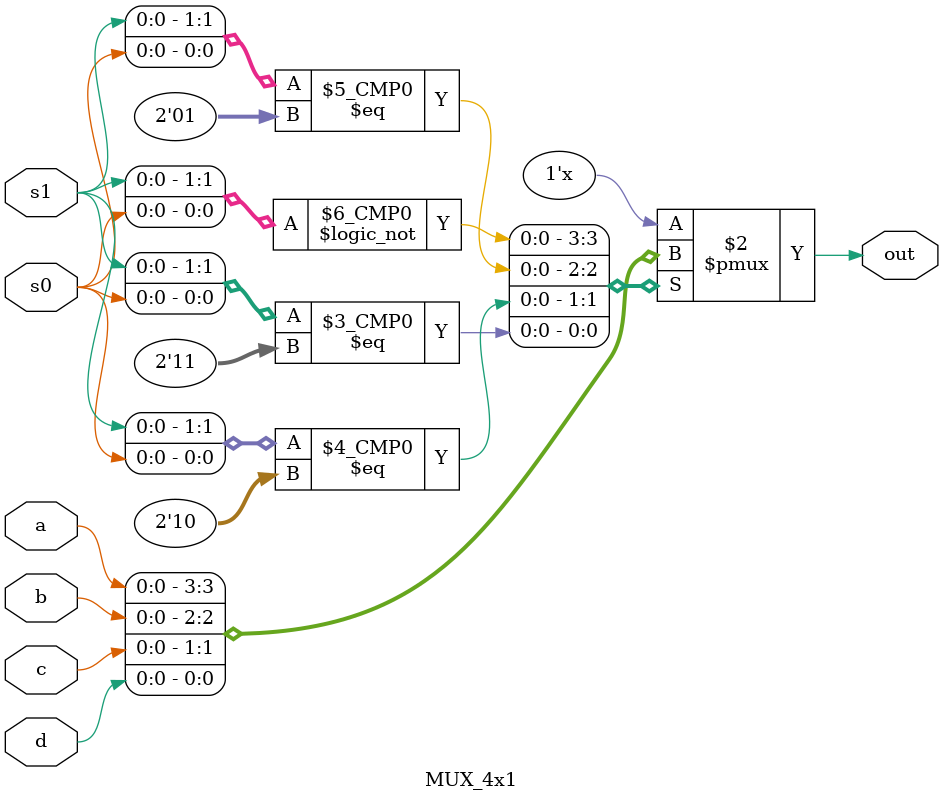
<source format=v>
module MUX_4x1 (
	input wire a,b,c,d,
	input wire s1,s0,
	output reg out
);
	always @(a or b or c or d or s1 or s0)
		begin
			case ({s1,s0})
				2'b00: out = a;
				2'b01: out = b;
				2'b10: out = c;
				2'b11: out = d;
			endcase
		end
endmodule
</source>
